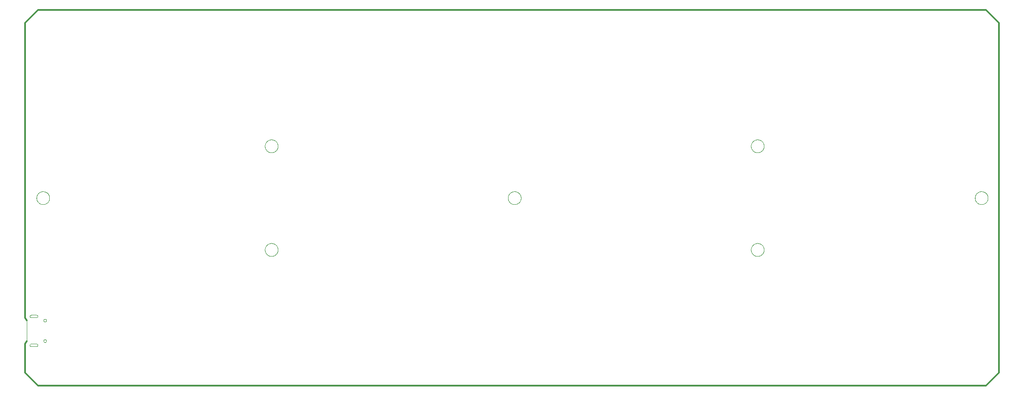
<source format=gm1>
G75*
%MOIN*%
%OFA0B0*%
%FSLAX25Y25*%
%IPPOS*%
%LPD*%
%AMOC8*
5,1,8,0,0,1.08239X$1,22.5*
%
%ADD10C,0.01200*%
%ADD11C,0.00000*%
D10*
X0068502Y0031600D02*
X0068502Y0054100D01*
X0069702Y0056100D01*
X0069702Y0072100D02*
X0068502Y0074100D01*
X0068502Y0301600D01*
X0078502Y0311600D01*
X0809752Y0311600D01*
X0819752Y0301600D01*
X0819752Y0031600D01*
X0809752Y0021600D01*
X0078502Y0021600D01*
X0068502Y0031600D01*
D11*
X0073082Y0051994D02*
X0077135Y0051994D01*
X0077134Y0051993D02*
X0077195Y0051994D01*
X0077255Y0051998D01*
X0077314Y0052006D01*
X0077374Y0052017D01*
X0077432Y0052032D01*
X0077489Y0052050D01*
X0077545Y0052072D01*
X0077600Y0052097D01*
X0077653Y0052126D01*
X0077704Y0052157D01*
X0077754Y0052192D01*
X0077801Y0052230D01*
X0077846Y0052270D01*
X0077888Y0052313D01*
X0077927Y0052358D01*
X0077964Y0052406D01*
X0077998Y0052456D01*
X0078029Y0052508D01*
X0078056Y0052561D01*
X0078080Y0052616D01*
X0078101Y0052673D01*
X0078119Y0052730D01*
X0078133Y0052789D01*
X0078143Y0052848D01*
X0078150Y0052908D01*
X0078153Y0052968D01*
X0078152Y0053029D01*
X0078148Y0053090D01*
X0078140Y0053151D01*
X0078128Y0053211D01*
X0078112Y0053270D01*
X0078092Y0053328D01*
X0078069Y0053384D01*
X0078043Y0053439D01*
X0078013Y0053492D01*
X0077980Y0053544D01*
X0077944Y0053593D01*
X0077904Y0053639D01*
X0077862Y0053684D01*
X0077817Y0053725D01*
X0077770Y0053763D01*
X0077720Y0053799D01*
X0077668Y0053831D01*
X0077614Y0053860D01*
X0077559Y0053886D01*
X0077502Y0053908D01*
X0077444Y0053926D01*
X0077384Y0053940D01*
X0077324Y0053951D01*
X0077264Y0053958D01*
X0077203Y0053962D01*
X0072988Y0053962D01*
X0072928Y0053959D01*
X0072868Y0053951D01*
X0072809Y0053941D01*
X0072751Y0053926D01*
X0072693Y0053908D01*
X0072637Y0053886D01*
X0072582Y0053861D01*
X0072529Y0053833D01*
X0072478Y0053801D01*
X0072429Y0053766D01*
X0072382Y0053728D01*
X0072338Y0053687D01*
X0072296Y0053644D01*
X0072257Y0053597D01*
X0072222Y0053549D01*
X0072189Y0053498D01*
X0072159Y0053446D01*
X0072133Y0053392D01*
X0072111Y0053336D01*
X0072091Y0053279D01*
X0072076Y0053220D01*
X0072064Y0053161D01*
X0072056Y0053102D01*
X0072052Y0053042D01*
X0072051Y0052981D01*
X0072050Y0052981D02*
X0072054Y0052918D01*
X0072061Y0052855D01*
X0072072Y0052793D01*
X0072087Y0052731D01*
X0072106Y0052670D01*
X0072129Y0052611D01*
X0072156Y0052553D01*
X0072186Y0052498D01*
X0072219Y0052444D01*
X0072256Y0052392D01*
X0072296Y0052343D01*
X0072339Y0052296D01*
X0072385Y0052252D01*
X0072433Y0052211D01*
X0072484Y0052173D01*
X0072537Y0052139D01*
X0072593Y0052108D01*
X0072650Y0052080D01*
X0072708Y0052056D01*
X0072769Y0052036D01*
X0072830Y0052020D01*
X0072892Y0052007D01*
X0072955Y0051998D01*
X0073018Y0051994D01*
X0073082Y0051993D01*
X0069702Y0056100D02*
X0069702Y0072100D01*
X0073121Y0074250D02*
X0077174Y0074250D01*
X0077235Y0074252D01*
X0077297Y0074257D01*
X0077357Y0074267D01*
X0077418Y0074280D01*
X0077477Y0074296D01*
X0077535Y0074316D01*
X0077592Y0074340D01*
X0077647Y0074367D01*
X0077701Y0074397D01*
X0077752Y0074430D01*
X0077802Y0074467D01*
X0077849Y0074506D01*
X0077894Y0074548D01*
X0077936Y0074593D01*
X0077975Y0074640D01*
X0078012Y0074690D01*
X0078045Y0074741D01*
X0078075Y0074795D01*
X0078102Y0074850D01*
X0078126Y0074907D01*
X0078146Y0074965D01*
X0078162Y0075024D01*
X0078175Y0075085D01*
X0078185Y0075145D01*
X0078190Y0075207D01*
X0078192Y0075268D01*
X0078190Y0075328D01*
X0078185Y0075387D01*
X0078175Y0075446D01*
X0078162Y0075504D01*
X0078146Y0075562D01*
X0078125Y0075618D01*
X0078102Y0075672D01*
X0078074Y0075726D01*
X0078044Y0075777D01*
X0078011Y0075826D01*
X0077974Y0075874D01*
X0077935Y0075918D01*
X0077892Y0075961D01*
X0077848Y0076000D01*
X0077800Y0076037D01*
X0077751Y0076070D01*
X0077700Y0076100D01*
X0077646Y0076128D01*
X0077592Y0076151D01*
X0077536Y0076172D01*
X0077478Y0076188D01*
X0077420Y0076201D01*
X0077361Y0076211D01*
X0077302Y0076216D01*
X0077242Y0076218D01*
X0073028Y0076218D01*
X0072969Y0076216D01*
X0072911Y0076211D01*
X0072852Y0076201D01*
X0072795Y0076189D01*
X0072738Y0076172D01*
X0072683Y0076152D01*
X0072629Y0076129D01*
X0072577Y0076102D01*
X0072526Y0076072D01*
X0072477Y0076039D01*
X0072431Y0076003D01*
X0072387Y0075964D01*
X0072345Y0075922D01*
X0072306Y0075878D01*
X0072270Y0075832D01*
X0072237Y0075783D01*
X0072207Y0075732D01*
X0072180Y0075680D01*
X0072157Y0075626D01*
X0072137Y0075571D01*
X0072120Y0075514D01*
X0072108Y0075457D01*
X0072098Y0075398D01*
X0072093Y0075340D01*
X0072091Y0075281D01*
X0072090Y0075281D02*
X0072092Y0075219D01*
X0072098Y0075157D01*
X0072107Y0075095D01*
X0072120Y0075034D01*
X0072137Y0074974D01*
X0072157Y0074915D01*
X0072181Y0074858D01*
X0072208Y0074802D01*
X0072239Y0074748D01*
X0072273Y0074695D01*
X0072309Y0074645D01*
X0072349Y0074597D01*
X0072392Y0074552D01*
X0072437Y0074509D01*
X0072485Y0074469D01*
X0072535Y0074433D01*
X0072588Y0074399D01*
X0072642Y0074368D01*
X0072698Y0074341D01*
X0072755Y0074317D01*
X0072814Y0074297D01*
X0072874Y0074280D01*
X0072935Y0074267D01*
X0072997Y0074258D01*
X0073059Y0074252D01*
X0073121Y0074250D01*
X0082680Y0071974D02*
X0082682Y0072039D01*
X0082688Y0072105D01*
X0082698Y0072169D01*
X0082711Y0072233D01*
X0082729Y0072296D01*
X0082750Y0072358D01*
X0082775Y0072418D01*
X0082804Y0072477D01*
X0082836Y0072534D01*
X0082872Y0072589D01*
X0082910Y0072642D01*
X0082952Y0072692D01*
X0082997Y0072740D01*
X0083045Y0072785D01*
X0083095Y0072827D01*
X0083148Y0072865D01*
X0083203Y0072901D01*
X0083260Y0072933D01*
X0083319Y0072962D01*
X0083379Y0072987D01*
X0083441Y0073008D01*
X0083504Y0073026D01*
X0083568Y0073039D01*
X0083632Y0073049D01*
X0083698Y0073055D01*
X0083763Y0073057D01*
X0083828Y0073055D01*
X0083894Y0073049D01*
X0083958Y0073039D01*
X0084022Y0073026D01*
X0084085Y0073008D01*
X0084147Y0072987D01*
X0084207Y0072962D01*
X0084266Y0072933D01*
X0084323Y0072901D01*
X0084378Y0072865D01*
X0084431Y0072827D01*
X0084481Y0072785D01*
X0084529Y0072740D01*
X0084574Y0072692D01*
X0084616Y0072642D01*
X0084654Y0072589D01*
X0084690Y0072534D01*
X0084722Y0072477D01*
X0084751Y0072418D01*
X0084776Y0072358D01*
X0084797Y0072296D01*
X0084815Y0072233D01*
X0084828Y0072169D01*
X0084838Y0072105D01*
X0084844Y0072039D01*
X0084846Y0071974D01*
X0084844Y0071909D01*
X0084838Y0071843D01*
X0084828Y0071779D01*
X0084815Y0071715D01*
X0084797Y0071652D01*
X0084776Y0071590D01*
X0084751Y0071530D01*
X0084722Y0071471D01*
X0084690Y0071414D01*
X0084654Y0071359D01*
X0084616Y0071306D01*
X0084574Y0071256D01*
X0084529Y0071208D01*
X0084481Y0071163D01*
X0084431Y0071121D01*
X0084378Y0071083D01*
X0084323Y0071047D01*
X0084266Y0071015D01*
X0084207Y0070986D01*
X0084147Y0070961D01*
X0084085Y0070940D01*
X0084022Y0070922D01*
X0083958Y0070909D01*
X0083894Y0070899D01*
X0083828Y0070893D01*
X0083763Y0070891D01*
X0083698Y0070893D01*
X0083632Y0070899D01*
X0083568Y0070909D01*
X0083504Y0070922D01*
X0083441Y0070940D01*
X0083379Y0070961D01*
X0083319Y0070986D01*
X0083260Y0071015D01*
X0083203Y0071047D01*
X0083148Y0071083D01*
X0083095Y0071121D01*
X0083045Y0071163D01*
X0082997Y0071208D01*
X0082952Y0071256D01*
X0082910Y0071306D01*
X0082872Y0071359D01*
X0082836Y0071414D01*
X0082804Y0071471D01*
X0082775Y0071530D01*
X0082750Y0071590D01*
X0082729Y0071652D01*
X0082711Y0071715D01*
X0082698Y0071779D01*
X0082688Y0071843D01*
X0082682Y0071909D01*
X0082680Y0071974D01*
X0082680Y0056226D02*
X0082682Y0056291D01*
X0082688Y0056357D01*
X0082698Y0056421D01*
X0082711Y0056485D01*
X0082729Y0056548D01*
X0082750Y0056610D01*
X0082775Y0056670D01*
X0082804Y0056729D01*
X0082836Y0056786D01*
X0082872Y0056841D01*
X0082910Y0056894D01*
X0082952Y0056944D01*
X0082997Y0056992D01*
X0083045Y0057037D01*
X0083095Y0057079D01*
X0083148Y0057117D01*
X0083203Y0057153D01*
X0083260Y0057185D01*
X0083319Y0057214D01*
X0083379Y0057239D01*
X0083441Y0057260D01*
X0083504Y0057278D01*
X0083568Y0057291D01*
X0083632Y0057301D01*
X0083698Y0057307D01*
X0083763Y0057309D01*
X0083828Y0057307D01*
X0083894Y0057301D01*
X0083958Y0057291D01*
X0084022Y0057278D01*
X0084085Y0057260D01*
X0084147Y0057239D01*
X0084207Y0057214D01*
X0084266Y0057185D01*
X0084323Y0057153D01*
X0084378Y0057117D01*
X0084431Y0057079D01*
X0084481Y0057037D01*
X0084529Y0056992D01*
X0084574Y0056944D01*
X0084616Y0056894D01*
X0084654Y0056841D01*
X0084690Y0056786D01*
X0084722Y0056729D01*
X0084751Y0056670D01*
X0084776Y0056610D01*
X0084797Y0056548D01*
X0084815Y0056485D01*
X0084828Y0056421D01*
X0084838Y0056357D01*
X0084844Y0056291D01*
X0084846Y0056226D01*
X0084844Y0056161D01*
X0084838Y0056095D01*
X0084828Y0056031D01*
X0084815Y0055967D01*
X0084797Y0055904D01*
X0084776Y0055842D01*
X0084751Y0055782D01*
X0084722Y0055723D01*
X0084690Y0055666D01*
X0084654Y0055611D01*
X0084616Y0055558D01*
X0084574Y0055508D01*
X0084529Y0055460D01*
X0084481Y0055415D01*
X0084431Y0055373D01*
X0084378Y0055335D01*
X0084323Y0055299D01*
X0084266Y0055267D01*
X0084207Y0055238D01*
X0084147Y0055213D01*
X0084085Y0055192D01*
X0084022Y0055174D01*
X0083958Y0055161D01*
X0083894Y0055151D01*
X0083828Y0055145D01*
X0083763Y0055143D01*
X0083698Y0055145D01*
X0083632Y0055151D01*
X0083568Y0055161D01*
X0083504Y0055174D01*
X0083441Y0055192D01*
X0083379Y0055213D01*
X0083319Y0055238D01*
X0083260Y0055267D01*
X0083203Y0055299D01*
X0083148Y0055335D01*
X0083095Y0055373D01*
X0083045Y0055415D01*
X0082997Y0055460D01*
X0082952Y0055508D01*
X0082910Y0055558D01*
X0082872Y0055611D01*
X0082836Y0055666D01*
X0082804Y0055723D01*
X0082775Y0055782D01*
X0082750Y0055842D01*
X0082729Y0055904D01*
X0082711Y0055967D01*
X0082698Y0056031D01*
X0082688Y0056095D01*
X0082682Y0056161D01*
X0082680Y0056226D01*
X0253502Y0126600D02*
X0253504Y0126741D01*
X0253510Y0126882D01*
X0253520Y0127022D01*
X0253534Y0127162D01*
X0253552Y0127302D01*
X0253573Y0127441D01*
X0253599Y0127580D01*
X0253628Y0127718D01*
X0253662Y0127854D01*
X0253699Y0127990D01*
X0253740Y0128125D01*
X0253785Y0128259D01*
X0253834Y0128391D01*
X0253886Y0128522D01*
X0253942Y0128651D01*
X0254002Y0128778D01*
X0254065Y0128904D01*
X0254131Y0129028D01*
X0254202Y0129151D01*
X0254275Y0129271D01*
X0254352Y0129389D01*
X0254432Y0129505D01*
X0254516Y0129618D01*
X0254602Y0129729D01*
X0254692Y0129838D01*
X0254785Y0129944D01*
X0254880Y0130047D01*
X0254979Y0130148D01*
X0255080Y0130246D01*
X0255184Y0130341D01*
X0255291Y0130433D01*
X0255400Y0130522D01*
X0255512Y0130607D01*
X0255626Y0130690D01*
X0255742Y0130770D01*
X0255861Y0130846D01*
X0255982Y0130918D01*
X0256104Y0130988D01*
X0256229Y0131053D01*
X0256355Y0131116D01*
X0256483Y0131174D01*
X0256613Y0131229D01*
X0256744Y0131281D01*
X0256877Y0131328D01*
X0257011Y0131372D01*
X0257146Y0131413D01*
X0257282Y0131449D01*
X0257419Y0131481D01*
X0257557Y0131510D01*
X0257695Y0131535D01*
X0257835Y0131555D01*
X0257975Y0131572D01*
X0258115Y0131585D01*
X0258256Y0131594D01*
X0258396Y0131599D01*
X0258537Y0131600D01*
X0258678Y0131597D01*
X0258819Y0131590D01*
X0258959Y0131579D01*
X0259099Y0131564D01*
X0259239Y0131545D01*
X0259378Y0131523D01*
X0259516Y0131496D01*
X0259654Y0131466D01*
X0259790Y0131431D01*
X0259926Y0131393D01*
X0260060Y0131351D01*
X0260194Y0131305D01*
X0260326Y0131256D01*
X0260456Y0131202D01*
X0260585Y0131145D01*
X0260712Y0131085D01*
X0260838Y0131021D01*
X0260961Y0130953D01*
X0261083Y0130882D01*
X0261203Y0130808D01*
X0261320Y0130730D01*
X0261435Y0130649D01*
X0261548Y0130565D01*
X0261659Y0130478D01*
X0261767Y0130387D01*
X0261872Y0130294D01*
X0261975Y0130197D01*
X0262075Y0130098D01*
X0262172Y0129996D01*
X0262266Y0129891D01*
X0262357Y0129784D01*
X0262445Y0129674D01*
X0262530Y0129562D01*
X0262612Y0129447D01*
X0262691Y0129330D01*
X0262766Y0129211D01*
X0262838Y0129090D01*
X0262906Y0128967D01*
X0262971Y0128842D01*
X0263033Y0128715D01*
X0263090Y0128586D01*
X0263145Y0128456D01*
X0263195Y0128325D01*
X0263242Y0128192D01*
X0263285Y0128058D01*
X0263324Y0127922D01*
X0263359Y0127786D01*
X0263391Y0127649D01*
X0263418Y0127511D01*
X0263442Y0127372D01*
X0263462Y0127232D01*
X0263478Y0127092D01*
X0263490Y0126952D01*
X0263498Y0126811D01*
X0263502Y0126670D01*
X0263502Y0126530D01*
X0263498Y0126389D01*
X0263490Y0126248D01*
X0263478Y0126108D01*
X0263462Y0125968D01*
X0263442Y0125828D01*
X0263418Y0125689D01*
X0263391Y0125551D01*
X0263359Y0125414D01*
X0263324Y0125278D01*
X0263285Y0125142D01*
X0263242Y0125008D01*
X0263195Y0124875D01*
X0263145Y0124744D01*
X0263090Y0124614D01*
X0263033Y0124485D01*
X0262971Y0124358D01*
X0262906Y0124233D01*
X0262838Y0124110D01*
X0262766Y0123989D01*
X0262691Y0123870D01*
X0262612Y0123753D01*
X0262530Y0123638D01*
X0262445Y0123526D01*
X0262357Y0123416D01*
X0262266Y0123309D01*
X0262172Y0123204D01*
X0262075Y0123102D01*
X0261975Y0123003D01*
X0261872Y0122906D01*
X0261767Y0122813D01*
X0261659Y0122722D01*
X0261548Y0122635D01*
X0261435Y0122551D01*
X0261320Y0122470D01*
X0261203Y0122392D01*
X0261083Y0122318D01*
X0260961Y0122247D01*
X0260838Y0122179D01*
X0260712Y0122115D01*
X0260585Y0122055D01*
X0260456Y0121998D01*
X0260326Y0121944D01*
X0260194Y0121895D01*
X0260060Y0121849D01*
X0259926Y0121807D01*
X0259790Y0121769D01*
X0259654Y0121734D01*
X0259516Y0121704D01*
X0259378Y0121677D01*
X0259239Y0121655D01*
X0259099Y0121636D01*
X0258959Y0121621D01*
X0258819Y0121610D01*
X0258678Y0121603D01*
X0258537Y0121600D01*
X0258396Y0121601D01*
X0258256Y0121606D01*
X0258115Y0121615D01*
X0257975Y0121628D01*
X0257835Y0121645D01*
X0257695Y0121665D01*
X0257557Y0121690D01*
X0257419Y0121719D01*
X0257282Y0121751D01*
X0257146Y0121787D01*
X0257011Y0121828D01*
X0256877Y0121872D01*
X0256744Y0121919D01*
X0256613Y0121971D01*
X0256483Y0122026D01*
X0256355Y0122084D01*
X0256229Y0122147D01*
X0256104Y0122212D01*
X0255982Y0122282D01*
X0255861Y0122354D01*
X0255742Y0122430D01*
X0255626Y0122510D01*
X0255512Y0122593D01*
X0255400Y0122678D01*
X0255291Y0122767D01*
X0255184Y0122859D01*
X0255080Y0122954D01*
X0254979Y0123052D01*
X0254880Y0123153D01*
X0254785Y0123256D01*
X0254692Y0123362D01*
X0254602Y0123471D01*
X0254516Y0123582D01*
X0254432Y0123695D01*
X0254352Y0123811D01*
X0254275Y0123929D01*
X0254202Y0124049D01*
X0254131Y0124172D01*
X0254065Y0124296D01*
X0254002Y0124422D01*
X0253942Y0124549D01*
X0253886Y0124678D01*
X0253834Y0124809D01*
X0253785Y0124941D01*
X0253740Y0125075D01*
X0253699Y0125210D01*
X0253662Y0125346D01*
X0253628Y0125482D01*
X0253599Y0125620D01*
X0253573Y0125759D01*
X0253552Y0125898D01*
X0253534Y0126038D01*
X0253520Y0126178D01*
X0253510Y0126318D01*
X0253504Y0126459D01*
X0253502Y0126600D01*
X0253502Y0206600D02*
X0253504Y0206741D01*
X0253510Y0206882D01*
X0253520Y0207022D01*
X0253534Y0207162D01*
X0253552Y0207302D01*
X0253573Y0207441D01*
X0253599Y0207580D01*
X0253628Y0207718D01*
X0253662Y0207854D01*
X0253699Y0207990D01*
X0253740Y0208125D01*
X0253785Y0208259D01*
X0253834Y0208391D01*
X0253886Y0208522D01*
X0253942Y0208651D01*
X0254002Y0208778D01*
X0254065Y0208904D01*
X0254131Y0209028D01*
X0254202Y0209151D01*
X0254275Y0209271D01*
X0254352Y0209389D01*
X0254432Y0209505D01*
X0254516Y0209618D01*
X0254602Y0209729D01*
X0254692Y0209838D01*
X0254785Y0209944D01*
X0254880Y0210047D01*
X0254979Y0210148D01*
X0255080Y0210246D01*
X0255184Y0210341D01*
X0255291Y0210433D01*
X0255400Y0210522D01*
X0255512Y0210607D01*
X0255626Y0210690D01*
X0255742Y0210770D01*
X0255861Y0210846D01*
X0255982Y0210918D01*
X0256104Y0210988D01*
X0256229Y0211053D01*
X0256355Y0211116D01*
X0256483Y0211174D01*
X0256613Y0211229D01*
X0256744Y0211281D01*
X0256877Y0211328D01*
X0257011Y0211372D01*
X0257146Y0211413D01*
X0257282Y0211449D01*
X0257419Y0211481D01*
X0257557Y0211510D01*
X0257695Y0211535D01*
X0257835Y0211555D01*
X0257975Y0211572D01*
X0258115Y0211585D01*
X0258256Y0211594D01*
X0258396Y0211599D01*
X0258537Y0211600D01*
X0258678Y0211597D01*
X0258819Y0211590D01*
X0258959Y0211579D01*
X0259099Y0211564D01*
X0259239Y0211545D01*
X0259378Y0211523D01*
X0259516Y0211496D01*
X0259654Y0211466D01*
X0259790Y0211431D01*
X0259926Y0211393D01*
X0260060Y0211351D01*
X0260194Y0211305D01*
X0260326Y0211256D01*
X0260456Y0211202D01*
X0260585Y0211145D01*
X0260712Y0211085D01*
X0260838Y0211021D01*
X0260961Y0210953D01*
X0261083Y0210882D01*
X0261203Y0210808D01*
X0261320Y0210730D01*
X0261435Y0210649D01*
X0261548Y0210565D01*
X0261659Y0210478D01*
X0261767Y0210387D01*
X0261872Y0210294D01*
X0261975Y0210197D01*
X0262075Y0210098D01*
X0262172Y0209996D01*
X0262266Y0209891D01*
X0262357Y0209784D01*
X0262445Y0209674D01*
X0262530Y0209562D01*
X0262612Y0209447D01*
X0262691Y0209330D01*
X0262766Y0209211D01*
X0262838Y0209090D01*
X0262906Y0208967D01*
X0262971Y0208842D01*
X0263033Y0208715D01*
X0263090Y0208586D01*
X0263145Y0208456D01*
X0263195Y0208325D01*
X0263242Y0208192D01*
X0263285Y0208058D01*
X0263324Y0207922D01*
X0263359Y0207786D01*
X0263391Y0207649D01*
X0263418Y0207511D01*
X0263442Y0207372D01*
X0263462Y0207232D01*
X0263478Y0207092D01*
X0263490Y0206952D01*
X0263498Y0206811D01*
X0263502Y0206670D01*
X0263502Y0206530D01*
X0263498Y0206389D01*
X0263490Y0206248D01*
X0263478Y0206108D01*
X0263462Y0205968D01*
X0263442Y0205828D01*
X0263418Y0205689D01*
X0263391Y0205551D01*
X0263359Y0205414D01*
X0263324Y0205278D01*
X0263285Y0205142D01*
X0263242Y0205008D01*
X0263195Y0204875D01*
X0263145Y0204744D01*
X0263090Y0204614D01*
X0263033Y0204485D01*
X0262971Y0204358D01*
X0262906Y0204233D01*
X0262838Y0204110D01*
X0262766Y0203989D01*
X0262691Y0203870D01*
X0262612Y0203753D01*
X0262530Y0203638D01*
X0262445Y0203526D01*
X0262357Y0203416D01*
X0262266Y0203309D01*
X0262172Y0203204D01*
X0262075Y0203102D01*
X0261975Y0203003D01*
X0261872Y0202906D01*
X0261767Y0202813D01*
X0261659Y0202722D01*
X0261548Y0202635D01*
X0261435Y0202551D01*
X0261320Y0202470D01*
X0261203Y0202392D01*
X0261083Y0202318D01*
X0260961Y0202247D01*
X0260838Y0202179D01*
X0260712Y0202115D01*
X0260585Y0202055D01*
X0260456Y0201998D01*
X0260326Y0201944D01*
X0260194Y0201895D01*
X0260060Y0201849D01*
X0259926Y0201807D01*
X0259790Y0201769D01*
X0259654Y0201734D01*
X0259516Y0201704D01*
X0259378Y0201677D01*
X0259239Y0201655D01*
X0259099Y0201636D01*
X0258959Y0201621D01*
X0258819Y0201610D01*
X0258678Y0201603D01*
X0258537Y0201600D01*
X0258396Y0201601D01*
X0258256Y0201606D01*
X0258115Y0201615D01*
X0257975Y0201628D01*
X0257835Y0201645D01*
X0257695Y0201665D01*
X0257557Y0201690D01*
X0257419Y0201719D01*
X0257282Y0201751D01*
X0257146Y0201787D01*
X0257011Y0201828D01*
X0256877Y0201872D01*
X0256744Y0201919D01*
X0256613Y0201971D01*
X0256483Y0202026D01*
X0256355Y0202084D01*
X0256229Y0202147D01*
X0256104Y0202212D01*
X0255982Y0202282D01*
X0255861Y0202354D01*
X0255742Y0202430D01*
X0255626Y0202510D01*
X0255512Y0202593D01*
X0255400Y0202678D01*
X0255291Y0202767D01*
X0255184Y0202859D01*
X0255080Y0202954D01*
X0254979Y0203052D01*
X0254880Y0203153D01*
X0254785Y0203256D01*
X0254692Y0203362D01*
X0254602Y0203471D01*
X0254516Y0203582D01*
X0254432Y0203695D01*
X0254352Y0203811D01*
X0254275Y0203929D01*
X0254202Y0204049D01*
X0254131Y0204172D01*
X0254065Y0204296D01*
X0254002Y0204422D01*
X0253942Y0204549D01*
X0253886Y0204678D01*
X0253834Y0204809D01*
X0253785Y0204941D01*
X0253740Y0205075D01*
X0253699Y0205210D01*
X0253662Y0205346D01*
X0253628Y0205482D01*
X0253599Y0205620D01*
X0253573Y0205759D01*
X0253552Y0205898D01*
X0253534Y0206038D01*
X0253520Y0206178D01*
X0253510Y0206318D01*
X0253504Y0206459D01*
X0253502Y0206600D01*
X0077252Y0166600D02*
X0077254Y0166741D01*
X0077260Y0166882D01*
X0077270Y0167022D01*
X0077284Y0167162D01*
X0077302Y0167302D01*
X0077323Y0167441D01*
X0077349Y0167580D01*
X0077378Y0167718D01*
X0077412Y0167854D01*
X0077449Y0167990D01*
X0077490Y0168125D01*
X0077535Y0168259D01*
X0077584Y0168391D01*
X0077636Y0168522D01*
X0077692Y0168651D01*
X0077752Y0168778D01*
X0077815Y0168904D01*
X0077881Y0169028D01*
X0077952Y0169151D01*
X0078025Y0169271D01*
X0078102Y0169389D01*
X0078182Y0169505D01*
X0078266Y0169618D01*
X0078352Y0169729D01*
X0078442Y0169838D01*
X0078535Y0169944D01*
X0078630Y0170047D01*
X0078729Y0170148D01*
X0078830Y0170246D01*
X0078934Y0170341D01*
X0079041Y0170433D01*
X0079150Y0170522D01*
X0079262Y0170607D01*
X0079376Y0170690D01*
X0079492Y0170770D01*
X0079611Y0170846D01*
X0079732Y0170918D01*
X0079854Y0170988D01*
X0079979Y0171053D01*
X0080105Y0171116D01*
X0080233Y0171174D01*
X0080363Y0171229D01*
X0080494Y0171281D01*
X0080627Y0171328D01*
X0080761Y0171372D01*
X0080896Y0171413D01*
X0081032Y0171449D01*
X0081169Y0171481D01*
X0081307Y0171510D01*
X0081445Y0171535D01*
X0081585Y0171555D01*
X0081725Y0171572D01*
X0081865Y0171585D01*
X0082006Y0171594D01*
X0082146Y0171599D01*
X0082287Y0171600D01*
X0082428Y0171597D01*
X0082569Y0171590D01*
X0082709Y0171579D01*
X0082849Y0171564D01*
X0082989Y0171545D01*
X0083128Y0171523D01*
X0083266Y0171496D01*
X0083404Y0171466D01*
X0083540Y0171431D01*
X0083676Y0171393D01*
X0083810Y0171351D01*
X0083944Y0171305D01*
X0084076Y0171256D01*
X0084206Y0171202D01*
X0084335Y0171145D01*
X0084462Y0171085D01*
X0084588Y0171021D01*
X0084711Y0170953D01*
X0084833Y0170882D01*
X0084953Y0170808D01*
X0085070Y0170730D01*
X0085185Y0170649D01*
X0085298Y0170565D01*
X0085409Y0170478D01*
X0085517Y0170387D01*
X0085622Y0170294D01*
X0085725Y0170197D01*
X0085825Y0170098D01*
X0085922Y0169996D01*
X0086016Y0169891D01*
X0086107Y0169784D01*
X0086195Y0169674D01*
X0086280Y0169562D01*
X0086362Y0169447D01*
X0086441Y0169330D01*
X0086516Y0169211D01*
X0086588Y0169090D01*
X0086656Y0168967D01*
X0086721Y0168842D01*
X0086783Y0168715D01*
X0086840Y0168586D01*
X0086895Y0168456D01*
X0086945Y0168325D01*
X0086992Y0168192D01*
X0087035Y0168058D01*
X0087074Y0167922D01*
X0087109Y0167786D01*
X0087141Y0167649D01*
X0087168Y0167511D01*
X0087192Y0167372D01*
X0087212Y0167232D01*
X0087228Y0167092D01*
X0087240Y0166952D01*
X0087248Y0166811D01*
X0087252Y0166670D01*
X0087252Y0166530D01*
X0087248Y0166389D01*
X0087240Y0166248D01*
X0087228Y0166108D01*
X0087212Y0165968D01*
X0087192Y0165828D01*
X0087168Y0165689D01*
X0087141Y0165551D01*
X0087109Y0165414D01*
X0087074Y0165278D01*
X0087035Y0165142D01*
X0086992Y0165008D01*
X0086945Y0164875D01*
X0086895Y0164744D01*
X0086840Y0164614D01*
X0086783Y0164485D01*
X0086721Y0164358D01*
X0086656Y0164233D01*
X0086588Y0164110D01*
X0086516Y0163989D01*
X0086441Y0163870D01*
X0086362Y0163753D01*
X0086280Y0163638D01*
X0086195Y0163526D01*
X0086107Y0163416D01*
X0086016Y0163309D01*
X0085922Y0163204D01*
X0085825Y0163102D01*
X0085725Y0163003D01*
X0085622Y0162906D01*
X0085517Y0162813D01*
X0085409Y0162722D01*
X0085298Y0162635D01*
X0085185Y0162551D01*
X0085070Y0162470D01*
X0084953Y0162392D01*
X0084833Y0162318D01*
X0084711Y0162247D01*
X0084588Y0162179D01*
X0084462Y0162115D01*
X0084335Y0162055D01*
X0084206Y0161998D01*
X0084076Y0161944D01*
X0083944Y0161895D01*
X0083810Y0161849D01*
X0083676Y0161807D01*
X0083540Y0161769D01*
X0083404Y0161734D01*
X0083266Y0161704D01*
X0083128Y0161677D01*
X0082989Y0161655D01*
X0082849Y0161636D01*
X0082709Y0161621D01*
X0082569Y0161610D01*
X0082428Y0161603D01*
X0082287Y0161600D01*
X0082146Y0161601D01*
X0082006Y0161606D01*
X0081865Y0161615D01*
X0081725Y0161628D01*
X0081585Y0161645D01*
X0081445Y0161665D01*
X0081307Y0161690D01*
X0081169Y0161719D01*
X0081032Y0161751D01*
X0080896Y0161787D01*
X0080761Y0161828D01*
X0080627Y0161872D01*
X0080494Y0161919D01*
X0080363Y0161971D01*
X0080233Y0162026D01*
X0080105Y0162084D01*
X0079979Y0162147D01*
X0079854Y0162212D01*
X0079732Y0162282D01*
X0079611Y0162354D01*
X0079492Y0162430D01*
X0079376Y0162510D01*
X0079262Y0162593D01*
X0079150Y0162678D01*
X0079041Y0162767D01*
X0078934Y0162859D01*
X0078830Y0162954D01*
X0078729Y0163052D01*
X0078630Y0163153D01*
X0078535Y0163256D01*
X0078442Y0163362D01*
X0078352Y0163471D01*
X0078266Y0163582D01*
X0078182Y0163695D01*
X0078102Y0163811D01*
X0078025Y0163929D01*
X0077952Y0164049D01*
X0077881Y0164172D01*
X0077815Y0164296D01*
X0077752Y0164422D01*
X0077692Y0164549D01*
X0077636Y0164678D01*
X0077584Y0164809D01*
X0077535Y0164941D01*
X0077490Y0165075D01*
X0077449Y0165210D01*
X0077412Y0165346D01*
X0077378Y0165482D01*
X0077349Y0165620D01*
X0077323Y0165759D01*
X0077302Y0165898D01*
X0077284Y0166038D01*
X0077270Y0166178D01*
X0077260Y0166318D01*
X0077254Y0166459D01*
X0077252Y0166600D01*
X0441002Y0166600D02*
X0441004Y0166741D01*
X0441010Y0166882D01*
X0441020Y0167022D01*
X0441034Y0167162D01*
X0441052Y0167302D01*
X0441073Y0167441D01*
X0441099Y0167580D01*
X0441128Y0167718D01*
X0441162Y0167854D01*
X0441199Y0167990D01*
X0441240Y0168125D01*
X0441285Y0168259D01*
X0441334Y0168391D01*
X0441386Y0168522D01*
X0441442Y0168651D01*
X0441502Y0168778D01*
X0441565Y0168904D01*
X0441631Y0169028D01*
X0441702Y0169151D01*
X0441775Y0169271D01*
X0441852Y0169389D01*
X0441932Y0169505D01*
X0442016Y0169618D01*
X0442102Y0169729D01*
X0442192Y0169838D01*
X0442285Y0169944D01*
X0442380Y0170047D01*
X0442479Y0170148D01*
X0442580Y0170246D01*
X0442684Y0170341D01*
X0442791Y0170433D01*
X0442900Y0170522D01*
X0443012Y0170607D01*
X0443126Y0170690D01*
X0443242Y0170770D01*
X0443361Y0170846D01*
X0443482Y0170918D01*
X0443604Y0170988D01*
X0443729Y0171053D01*
X0443855Y0171116D01*
X0443983Y0171174D01*
X0444113Y0171229D01*
X0444244Y0171281D01*
X0444377Y0171328D01*
X0444511Y0171372D01*
X0444646Y0171413D01*
X0444782Y0171449D01*
X0444919Y0171481D01*
X0445057Y0171510D01*
X0445195Y0171535D01*
X0445335Y0171555D01*
X0445475Y0171572D01*
X0445615Y0171585D01*
X0445756Y0171594D01*
X0445896Y0171599D01*
X0446037Y0171600D01*
X0446178Y0171597D01*
X0446319Y0171590D01*
X0446459Y0171579D01*
X0446599Y0171564D01*
X0446739Y0171545D01*
X0446878Y0171523D01*
X0447016Y0171496D01*
X0447154Y0171466D01*
X0447290Y0171431D01*
X0447426Y0171393D01*
X0447560Y0171351D01*
X0447694Y0171305D01*
X0447826Y0171256D01*
X0447956Y0171202D01*
X0448085Y0171145D01*
X0448212Y0171085D01*
X0448338Y0171021D01*
X0448461Y0170953D01*
X0448583Y0170882D01*
X0448703Y0170808D01*
X0448820Y0170730D01*
X0448935Y0170649D01*
X0449048Y0170565D01*
X0449159Y0170478D01*
X0449267Y0170387D01*
X0449372Y0170294D01*
X0449475Y0170197D01*
X0449575Y0170098D01*
X0449672Y0169996D01*
X0449766Y0169891D01*
X0449857Y0169784D01*
X0449945Y0169674D01*
X0450030Y0169562D01*
X0450112Y0169447D01*
X0450191Y0169330D01*
X0450266Y0169211D01*
X0450338Y0169090D01*
X0450406Y0168967D01*
X0450471Y0168842D01*
X0450533Y0168715D01*
X0450590Y0168586D01*
X0450645Y0168456D01*
X0450695Y0168325D01*
X0450742Y0168192D01*
X0450785Y0168058D01*
X0450824Y0167922D01*
X0450859Y0167786D01*
X0450891Y0167649D01*
X0450918Y0167511D01*
X0450942Y0167372D01*
X0450962Y0167232D01*
X0450978Y0167092D01*
X0450990Y0166952D01*
X0450998Y0166811D01*
X0451002Y0166670D01*
X0451002Y0166530D01*
X0450998Y0166389D01*
X0450990Y0166248D01*
X0450978Y0166108D01*
X0450962Y0165968D01*
X0450942Y0165828D01*
X0450918Y0165689D01*
X0450891Y0165551D01*
X0450859Y0165414D01*
X0450824Y0165278D01*
X0450785Y0165142D01*
X0450742Y0165008D01*
X0450695Y0164875D01*
X0450645Y0164744D01*
X0450590Y0164614D01*
X0450533Y0164485D01*
X0450471Y0164358D01*
X0450406Y0164233D01*
X0450338Y0164110D01*
X0450266Y0163989D01*
X0450191Y0163870D01*
X0450112Y0163753D01*
X0450030Y0163638D01*
X0449945Y0163526D01*
X0449857Y0163416D01*
X0449766Y0163309D01*
X0449672Y0163204D01*
X0449575Y0163102D01*
X0449475Y0163003D01*
X0449372Y0162906D01*
X0449267Y0162813D01*
X0449159Y0162722D01*
X0449048Y0162635D01*
X0448935Y0162551D01*
X0448820Y0162470D01*
X0448703Y0162392D01*
X0448583Y0162318D01*
X0448461Y0162247D01*
X0448338Y0162179D01*
X0448212Y0162115D01*
X0448085Y0162055D01*
X0447956Y0161998D01*
X0447826Y0161944D01*
X0447694Y0161895D01*
X0447560Y0161849D01*
X0447426Y0161807D01*
X0447290Y0161769D01*
X0447154Y0161734D01*
X0447016Y0161704D01*
X0446878Y0161677D01*
X0446739Y0161655D01*
X0446599Y0161636D01*
X0446459Y0161621D01*
X0446319Y0161610D01*
X0446178Y0161603D01*
X0446037Y0161600D01*
X0445896Y0161601D01*
X0445756Y0161606D01*
X0445615Y0161615D01*
X0445475Y0161628D01*
X0445335Y0161645D01*
X0445195Y0161665D01*
X0445057Y0161690D01*
X0444919Y0161719D01*
X0444782Y0161751D01*
X0444646Y0161787D01*
X0444511Y0161828D01*
X0444377Y0161872D01*
X0444244Y0161919D01*
X0444113Y0161971D01*
X0443983Y0162026D01*
X0443855Y0162084D01*
X0443729Y0162147D01*
X0443604Y0162212D01*
X0443482Y0162282D01*
X0443361Y0162354D01*
X0443242Y0162430D01*
X0443126Y0162510D01*
X0443012Y0162593D01*
X0442900Y0162678D01*
X0442791Y0162767D01*
X0442684Y0162859D01*
X0442580Y0162954D01*
X0442479Y0163052D01*
X0442380Y0163153D01*
X0442285Y0163256D01*
X0442192Y0163362D01*
X0442102Y0163471D01*
X0442016Y0163582D01*
X0441932Y0163695D01*
X0441852Y0163811D01*
X0441775Y0163929D01*
X0441702Y0164049D01*
X0441631Y0164172D01*
X0441565Y0164296D01*
X0441502Y0164422D01*
X0441442Y0164549D01*
X0441386Y0164678D01*
X0441334Y0164809D01*
X0441285Y0164941D01*
X0441240Y0165075D01*
X0441199Y0165210D01*
X0441162Y0165346D01*
X0441128Y0165482D01*
X0441099Y0165620D01*
X0441073Y0165759D01*
X0441052Y0165898D01*
X0441034Y0166038D01*
X0441020Y0166178D01*
X0441010Y0166318D01*
X0441004Y0166459D01*
X0441002Y0166600D01*
X0628502Y0126600D02*
X0628504Y0126741D01*
X0628510Y0126882D01*
X0628520Y0127022D01*
X0628534Y0127162D01*
X0628552Y0127302D01*
X0628573Y0127441D01*
X0628599Y0127580D01*
X0628628Y0127718D01*
X0628662Y0127854D01*
X0628699Y0127990D01*
X0628740Y0128125D01*
X0628785Y0128259D01*
X0628834Y0128391D01*
X0628886Y0128522D01*
X0628942Y0128651D01*
X0629002Y0128778D01*
X0629065Y0128904D01*
X0629131Y0129028D01*
X0629202Y0129151D01*
X0629275Y0129271D01*
X0629352Y0129389D01*
X0629432Y0129505D01*
X0629516Y0129618D01*
X0629602Y0129729D01*
X0629692Y0129838D01*
X0629785Y0129944D01*
X0629880Y0130047D01*
X0629979Y0130148D01*
X0630080Y0130246D01*
X0630184Y0130341D01*
X0630291Y0130433D01*
X0630400Y0130522D01*
X0630512Y0130607D01*
X0630626Y0130690D01*
X0630742Y0130770D01*
X0630861Y0130846D01*
X0630982Y0130918D01*
X0631104Y0130988D01*
X0631229Y0131053D01*
X0631355Y0131116D01*
X0631483Y0131174D01*
X0631613Y0131229D01*
X0631744Y0131281D01*
X0631877Y0131328D01*
X0632011Y0131372D01*
X0632146Y0131413D01*
X0632282Y0131449D01*
X0632419Y0131481D01*
X0632557Y0131510D01*
X0632695Y0131535D01*
X0632835Y0131555D01*
X0632975Y0131572D01*
X0633115Y0131585D01*
X0633256Y0131594D01*
X0633396Y0131599D01*
X0633537Y0131600D01*
X0633678Y0131597D01*
X0633819Y0131590D01*
X0633959Y0131579D01*
X0634099Y0131564D01*
X0634239Y0131545D01*
X0634378Y0131523D01*
X0634516Y0131496D01*
X0634654Y0131466D01*
X0634790Y0131431D01*
X0634926Y0131393D01*
X0635060Y0131351D01*
X0635194Y0131305D01*
X0635326Y0131256D01*
X0635456Y0131202D01*
X0635585Y0131145D01*
X0635712Y0131085D01*
X0635838Y0131021D01*
X0635961Y0130953D01*
X0636083Y0130882D01*
X0636203Y0130808D01*
X0636320Y0130730D01*
X0636435Y0130649D01*
X0636548Y0130565D01*
X0636659Y0130478D01*
X0636767Y0130387D01*
X0636872Y0130294D01*
X0636975Y0130197D01*
X0637075Y0130098D01*
X0637172Y0129996D01*
X0637266Y0129891D01*
X0637357Y0129784D01*
X0637445Y0129674D01*
X0637530Y0129562D01*
X0637612Y0129447D01*
X0637691Y0129330D01*
X0637766Y0129211D01*
X0637838Y0129090D01*
X0637906Y0128967D01*
X0637971Y0128842D01*
X0638033Y0128715D01*
X0638090Y0128586D01*
X0638145Y0128456D01*
X0638195Y0128325D01*
X0638242Y0128192D01*
X0638285Y0128058D01*
X0638324Y0127922D01*
X0638359Y0127786D01*
X0638391Y0127649D01*
X0638418Y0127511D01*
X0638442Y0127372D01*
X0638462Y0127232D01*
X0638478Y0127092D01*
X0638490Y0126952D01*
X0638498Y0126811D01*
X0638502Y0126670D01*
X0638502Y0126530D01*
X0638498Y0126389D01*
X0638490Y0126248D01*
X0638478Y0126108D01*
X0638462Y0125968D01*
X0638442Y0125828D01*
X0638418Y0125689D01*
X0638391Y0125551D01*
X0638359Y0125414D01*
X0638324Y0125278D01*
X0638285Y0125142D01*
X0638242Y0125008D01*
X0638195Y0124875D01*
X0638145Y0124744D01*
X0638090Y0124614D01*
X0638033Y0124485D01*
X0637971Y0124358D01*
X0637906Y0124233D01*
X0637838Y0124110D01*
X0637766Y0123989D01*
X0637691Y0123870D01*
X0637612Y0123753D01*
X0637530Y0123638D01*
X0637445Y0123526D01*
X0637357Y0123416D01*
X0637266Y0123309D01*
X0637172Y0123204D01*
X0637075Y0123102D01*
X0636975Y0123003D01*
X0636872Y0122906D01*
X0636767Y0122813D01*
X0636659Y0122722D01*
X0636548Y0122635D01*
X0636435Y0122551D01*
X0636320Y0122470D01*
X0636203Y0122392D01*
X0636083Y0122318D01*
X0635961Y0122247D01*
X0635838Y0122179D01*
X0635712Y0122115D01*
X0635585Y0122055D01*
X0635456Y0121998D01*
X0635326Y0121944D01*
X0635194Y0121895D01*
X0635060Y0121849D01*
X0634926Y0121807D01*
X0634790Y0121769D01*
X0634654Y0121734D01*
X0634516Y0121704D01*
X0634378Y0121677D01*
X0634239Y0121655D01*
X0634099Y0121636D01*
X0633959Y0121621D01*
X0633819Y0121610D01*
X0633678Y0121603D01*
X0633537Y0121600D01*
X0633396Y0121601D01*
X0633256Y0121606D01*
X0633115Y0121615D01*
X0632975Y0121628D01*
X0632835Y0121645D01*
X0632695Y0121665D01*
X0632557Y0121690D01*
X0632419Y0121719D01*
X0632282Y0121751D01*
X0632146Y0121787D01*
X0632011Y0121828D01*
X0631877Y0121872D01*
X0631744Y0121919D01*
X0631613Y0121971D01*
X0631483Y0122026D01*
X0631355Y0122084D01*
X0631229Y0122147D01*
X0631104Y0122212D01*
X0630982Y0122282D01*
X0630861Y0122354D01*
X0630742Y0122430D01*
X0630626Y0122510D01*
X0630512Y0122593D01*
X0630400Y0122678D01*
X0630291Y0122767D01*
X0630184Y0122859D01*
X0630080Y0122954D01*
X0629979Y0123052D01*
X0629880Y0123153D01*
X0629785Y0123256D01*
X0629692Y0123362D01*
X0629602Y0123471D01*
X0629516Y0123582D01*
X0629432Y0123695D01*
X0629352Y0123811D01*
X0629275Y0123929D01*
X0629202Y0124049D01*
X0629131Y0124172D01*
X0629065Y0124296D01*
X0629002Y0124422D01*
X0628942Y0124549D01*
X0628886Y0124678D01*
X0628834Y0124809D01*
X0628785Y0124941D01*
X0628740Y0125075D01*
X0628699Y0125210D01*
X0628662Y0125346D01*
X0628628Y0125482D01*
X0628599Y0125620D01*
X0628573Y0125759D01*
X0628552Y0125898D01*
X0628534Y0126038D01*
X0628520Y0126178D01*
X0628510Y0126318D01*
X0628504Y0126459D01*
X0628502Y0126600D01*
X0628502Y0206600D02*
X0628504Y0206741D01*
X0628510Y0206882D01*
X0628520Y0207022D01*
X0628534Y0207162D01*
X0628552Y0207302D01*
X0628573Y0207441D01*
X0628599Y0207580D01*
X0628628Y0207718D01*
X0628662Y0207854D01*
X0628699Y0207990D01*
X0628740Y0208125D01*
X0628785Y0208259D01*
X0628834Y0208391D01*
X0628886Y0208522D01*
X0628942Y0208651D01*
X0629002Y0208778D01*
X0629065Y0208904D01*
X0629131Y0209028D01*
X0629202Y0209151D01*
X0629275Y0209271D01*
X0629352Y0209389D01*
X0629432Y0209505D01*
X0629516Y0209618D01*
X0629602Y0209729D01*
X0629692Y0209838D01*
X0629785Y0209944D01*
X0629880Y0210047D01*
X0629979Y0210148D01*
X0630080Y0210246D01*
X0630184Y0210341D01*
X0630291Y0210433D01*
X0630400Y0210522D01*
X0630512Y0210607D01*
X0630626Y0210690D01*
X0630742Y0210770D01*
X0630861Y0210846D01*
X0630982Y0210918D01*
X0631104Y0210988D01*
X0631229Y0211053D01*
X0631355Y0211116D01*
X0631483Y0211174D01*
X0631613Y0211229D01*
X0631744Y0211281D01*
X0631877Y0211328D01*
X0632011Y0211372D01*
X0632146Y0211413D01*
X0632282Y0211449D01*
X0632419Y0211481D01*
X0632557Y0211510D01*
X0632695Y0211535D01*
X0632835Y0211555D01*
X0632975Y0211572D01*
X0633115Y0211585D01*
X0633256Y0211594D01*
X0633396Y0211599D01*
X0633537Y0211600D01*
X0633678Y0211597D01*
X0633819Y0211590D01*
X0633959Y0211579D01*
X0634099Y0211564D01*
X0634239Y0211545D01*
X0634378Y0211523D01*
X0634516Y0211496D01*
X0634654Y0211466D01*
X0634790Y0211431D01*
X0634926Y0211393D01*
X0635060Y0211351D01*
X0635194Y0211305D01*
X0635326Y0211256D01*
X0635456Y0211202D01*
X0635585Y0211145D01*
X0635712Y0211085D01*
X0635838Y0211021D01*
X0635961Y0210953D01*
X0636083Y0210882D01*
X0636203Y0210808D01*
X0636320Y0210730D01*
X0636435Y0210649D01*
X0636548Y0210565D01*
X0636659Y0210478D01*
X0636767Y0210387D01*
X0636872Y0210294D01*
X0636975Y0210197D01*
X0637075Y0210098D01*
X0637172Y0209996D01*
X0637266Y0209891D01*
X0637357Y0209784D01*
X0637445Y0209674D01*
X0637530Y0209562D01*
X0637612Y0209447D01*
X0637691Y0209330D01*
X0637766Y0209211D01*
X0637838Y0209090D01*
X0637906Y0208967D01*
X0637971Y0208842D01*
X0638033Y0208715D01*
X0638090Y0208586D01*
X0638145Y0208456D01*
X0638195Y0208325D01*
X0638242Y0208192D01*
X0638285Y0208058D01*
X0638324Y0207922D01*
X0638359Y0207786D01*
X0638391Y0207649D01*
X0638418Y0207511D01*
X0638442Y0207372D01*
X0638462Y0207232D01*
X0638478Y0207092D01*
X0638490Y0206952D01*
X0638498Y0206811D01*
X0638502Y0206670D01*
X0638502Y0206530D01*
X0638498Y0206389D01*
X0638490Y0206248D01*
X0638478Y0206108D01*
X0638462Y0205968D01*
X0638442Y0205828D01*
X0638418Y0205689D01*
X0638391Y0205551D01*
X0638359Y0205414D01*
X0638324Y0205278D01*
X0638285Y0205142D01*
X0638242Y0205008D01*
X0638195Y0204875D01*
X0638145Y0204744D01*
X0638090Y0204614D01*
X0638033Y0204485D01*
X0637971Y0204358D01*
X0637906Y0204233D01*
X0637838Y0204110D01*
X0637766Y0203989D01*
X0637691Y0203870D01*
X0637612Y0203753D01*
X0637530Y0203638D01*
X0637445Y0203526D01*
X0637357Y0203416D01*
X0637266Y0203309D01*
X0637172Y0203204D01*
X0637075Y0203102D01*
X0636975Y0203003D01*
X0636872Y0202906D01*
X0636767Y0202813D01*
X0636659Y0202722D01*
X0636548Y0202635D01*
X0636435Y0202551D01*
X0636320Y0202470D01*
X0636203Y0202392D01*
X0636083Y0202318D01*
X0635961Y0202247D01*
X0635838Y0202179D01*
X0635712Y0202115D01*
X0635585Y0202055D01*
X0635456Y0201998D01*
X0635326Y0201944D01*
X0635194Y0201895D01*
X0635060Y0201849D01*
X0634926Y0201807D01*
X0634790Y0201769D01*
X0634654Y0201734D01*
X0634516Y0201704D01*
X0634378Y0201677D01*
X0634239Y0201655D01*
X0634099Y0201636D01*
X0633959Y0201621D01*
X0633819Y0201610D01*
X0633678Y0201603D01*
X0633537Y0201600D01*
X0633396Y0201601D01*
X0633256Y0201606D01*
X0633115Y0201615D01*
X0632975Y0201628D01*
X0632835Y0201645D01*
X0632695Y0201665D01*
X0632557Y0201690D01*
X0632419Y0201719D01*
X0632282Y0201751D01*
X0632146Y0201787D01*
X0632011Y0201828D01*
X0631877Y0201872D01*
X0631744Y0201919D01*
X0631613Y0201971D01*
X0631483Y0202026D01*
X0631355Y0202084D01*
X0631229Y0202147D01*
X0631104Y0202212D01*
X0630982Y0202282D01*
X0630861Y0202354D01*
X0630742Y0202430D01*
X0630626Y0202510D01*
X0630512Y0202593D01*
X0630400Y0202678D01*
X0630291Y0202767D01*
X0630184Y0202859D01*
X0630080Y0202954D01*
X0629979Y0203052D01*
X0629880Y0203153D01*
X0629785Y0203256D01*
X0629692Y0203362D01*
X0629602Y0203471D01*
X0629516Y0203582D01*
X0629432Y0203695D01*
X0629352Y0203811D01*
X0629275Y0203929D01*
X0629202Y0204049D01*
X0629131Y0204172D01*
X0629065Y0204296D01*
X0629002Y0204422D01*
X0628942Y0204549D01*
X0628886Y0204678D01*
X0628834Y0204809D01*
X0628785Y0204941D01*
X0628740Y0205075D01*
X0628699Y0205210D01*
X0628662Y0205346D01*
X0628628Y0205482D01*
X0628599Y0205620D01*
X0628573Y0205759D01*
X0628552Y0205898D01*
X0628534Y0206038D01*
X0628520Y0206178D01*
X0628510Y0206318D01*
X0628504Y0206459D01*
X0628502Y0206600D01*
X0801252Y0166600D02*
X0801254Y0166741D01*
X0801260Y0166882D01*
X0801270Y0167022D01*
X0801284Y0167162D01*
X0801302Y0167302D01*
X0801323Y0167441D01*
X0801349Y0167580D01*
X0801378Y0167718D01*
X0801412Y0167854D01*
X0801449Y0167990D01*
X0801490Y0168125D01*
X0801535Y0168259D01*
X0801584Y0168391D01*
X0801636Y0168522D01*
X0801692Y0168651D01*
X0801752Y0168778D01*
X0801815Y0168904D01*
X0801881Y0169028D01*
X0801952Y0169151D01*
X0802025Y0169271D01*
X0802102Y0169389D01*
X0802182Y0169505D01*
X0802266Y0169618D01*
X0802352Y0169729D01*
X0802442Y0169838D01*
X0802535Y0169944D01*
X0802630Y0170047D01*
X0802729Y0170148D01*
X0802830Y0170246D01*
X0802934Y0170341D01*
X0803041Y0170433D01*
X0803150Y0170522D01*
X0803262Y0170607D01*
X0803376Y0170690D01*
X0803492Y0170770D01*
X0803611Y0170846D01*
X0803732Y0170918D01*
X0803854Y0170988D01*
X0803979Y0171053D01*
X0804105Y0171116D01*
X0804233Y0171174D01*
X0804363Y0171229D01*
X0804494Y0171281D01*
X0804627Y0171328D01*
X0804761Y0171372D01*
X0804896Y0171413D01*
X0805032Y0171449D01*
X0805169Y0171481D01*
X0805307Y0171510D01*
X0805445Y0171535D01*
X0805585Y0171555D01*
X0805725Y0171572D01*
X0805865Y0171585D01*
X0806006Y0171594D01*
X0806146Y0171599D01*
X0806287Y0171600D01*
X0806428Y0171597D01*
X0806569Y0171590D01*
X0806709Y0171579D01*
X0806849Y0171564D01*
X0806989Y0171545D01*
X0807128Y0171523D01*
X0807266Y0171496D01*
X0807404Y0171466D01*
X0807540Y0171431D01*
X0807676Y0171393D01*
X0807810Y0171351D01*
X0807944Y0171305D01*
X0808076Y0171256D01*
X0808206Y0171202D01*
X0808335Y0171145D01*
X0808462Y0171085D01*
X0808588Y0171021D01*
X0808711Y0170953D01*
X0808833Y0170882D01*
X0808953Y0170808D01*
X0809070Y0170730D01*
X0809185Y0170649D01*
X0809298Y0170565D01*
X0809409Y0170478D01*
X0809517Y0170387D01*
X0809622Y0170294D01*
X0809725Y0170197D01*
X0809825Y0170098D01*
X0809922Y0169996D01*
X0810016Y0169891D01*
X0810107Y0169784D01*
X0810195Y0169674D01*
X0810280Y0169562D01*
X0810362Y0169447D01*
X0810441Y0169330D01*
X0810516Y0169211D01*
X0810588Y0169090D01*
X0810656Y0168967D01*
X0810721Y0168842D01*
X0810783Y0168715D01*
X0810840Y0168586D01*
X0810895Y0168456D01*
X0810945Y0168325D01*
X0810992Y0168192D01*
X0811035Y0168058D01*
X0811074Y0167922D01*
X0811109Y0167786D01*
X0811141Y0167649D01*
X0811168Y0167511D01*
X0811192Y0167372D01*
X0811212Y0167232D01*
X0811228Y0167092D01*
X0811240Y0166952D01*
X0811248Y0166811D01*
X0811252Y0166670D01*
X0811252Y0166530D01*
X0811248Y0166389D01*
X0811240Y0166248D01*
X0811228Y0166108D01*
X0811212Y0165968D01*
X0811192Y0165828D01*
X0811168Y0165689D01*
X0811141Y0165551D01*
X0811109Y0165414D01*
X0811074Y0165278D01*
X0811035Y0165142D01*
X0810992Y0165008D01*
X0810945Y0164875D01*
X0810895Y0164744D01*
X0810840Y0164614D01*
X0810783Y0164485D01*
X0810721Y0164358D01*
X0810656Y0164233D01*
X0810588Y0164110D01*
X0810516Y0163989D01*
X0810441Y0163870D01*
X0810362Y0163753D01*
X0810280Y0163638D01*
X0810195Y0163526D01*
X0810107Y0163416D01*
X0810016Y0163309D01*
X0809922Y0163204D01*
X0809825Y0163102D01*
X0809725Y0163003D01*
X0809622Y0162906D01*
X0809517Y0162813D01*
X0809409Y0162722D01*
X0809298Y0162635D01*
X0809185Y0162551D01*
X0809070Y0162470D01*
X0808953Y0162392D01*
X0808833Y0162318D01*
X0808711Y0162247D01*
X0808588Y0162179D01*
X0808462Y0162115D01*
X0808335Y0162055D01*
X0808206Y0161998D01*
X0808076Y0161944D01*
X0807944Y0161895D01*
X0807810Y0161849D01*
X0807676Y0161807D01*
X0807540Y0161769D01*
X0807404Y0161734D01*
X0807266Y0161704D01*
X0807128Y0161677D01*
X0806989Y0161655D01*
X0806849Y0161636D01*
X0806709Y0161621D01*
X0806569Y0161610D01*
X0806428Y0161603D01*
X0806287Y0161600D01*
X0806146Y0161601D01*
X0806006Y0161606D01*
X0805865Y0161615D01*
X0805725Y0161628D01*
X0805585Y0161645D01*
X0805445Y0161665D01*
X0805307Y0161690D01*
X0805169Y0161719D01*
X0805032Y0161751D01*
X0804896Y0161787D01*
X0804761Y0161828D01*
X0804627Y0161872D01*
X0804494Y0161919D01*
X0804363Y0161971D01*
X0804233Y0162026D01*
X0804105Y0162084D01*
X0803979Y0162147D01*
X0803854Y0162212D01*
X0803732Y0162282D01*
X0803611Y0162354D01*
X0803492Y0162430D01*
X0803376Y0162510D01*
X0803262Y0162593D01*
X0803150Y0162678D01*
X0803041Y0162767D01*
X0802934Y0162859D01*
X0802830Y0162954D01*
X0802729Y0163052D01*
X0802630Y0163153D01*
X0802535Y0163256D01*
X0802442Y0163362D01*
X0802352Y0163471D01*
X0802266Y0163582D01*
X0802182Y0163695D01*
X0802102Y0163811D01*
X0802025Y0163929D01*
X0801952Y0164049D01*
X0801881Y0164172D01*
X0801815Y0164296D01*
X0801752Y0164422D01*
X0801692Y0164549D01*
X0801636Y0164678D01*
X0801584Y0164809D01*
X0801535Y0164941D01*
X0801490Y0165075D01*
X0801449Y0165210D01*
X0801412Y0165346D01*
X0801378Y0165482D01*
X0801349Y0165620D01*
X0801323Y0165759D01*
X0801302Y0165898D01*
X0801284Y0166038D01*
X0801270Y0166178D01*
X0801260Y0166318D01*
X0801254Y0166459D01*
X0801252Y0166600D01*
M02*

</source>
